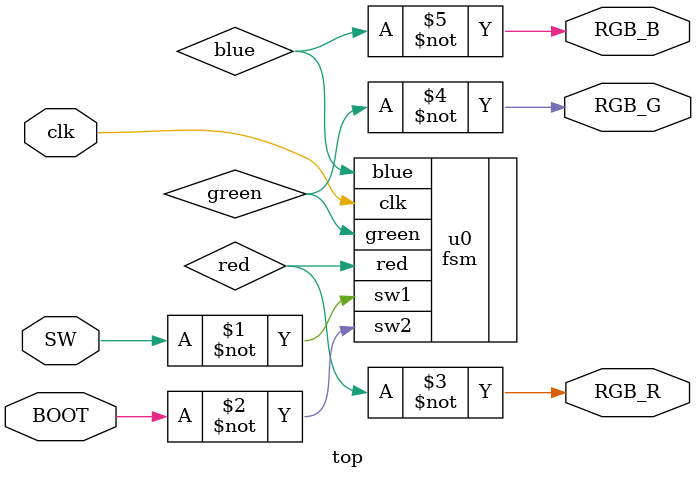
<source format=sv>
`include "fsm.sv"


module top(
    input logic     clk, 
    input logic     SW, 
    input logic     BOOT, 
    output logic    RGB_R, 
    output logic    RGB_G, 
    output logic    RGB_B
);

    logic red, green, blue;

    fsm u0(
        .clk    (clk), 
        .sw1    (~SW), 
        .sw2    (~BOOT), 
        .red    (red), 
        .green  (green), 
        .blue   (blue)
    );

    assign RGB_R = ~red;
    assign RGB_G = ~green;
    assign RGB_B = ~blue;

endmodule

</source>
